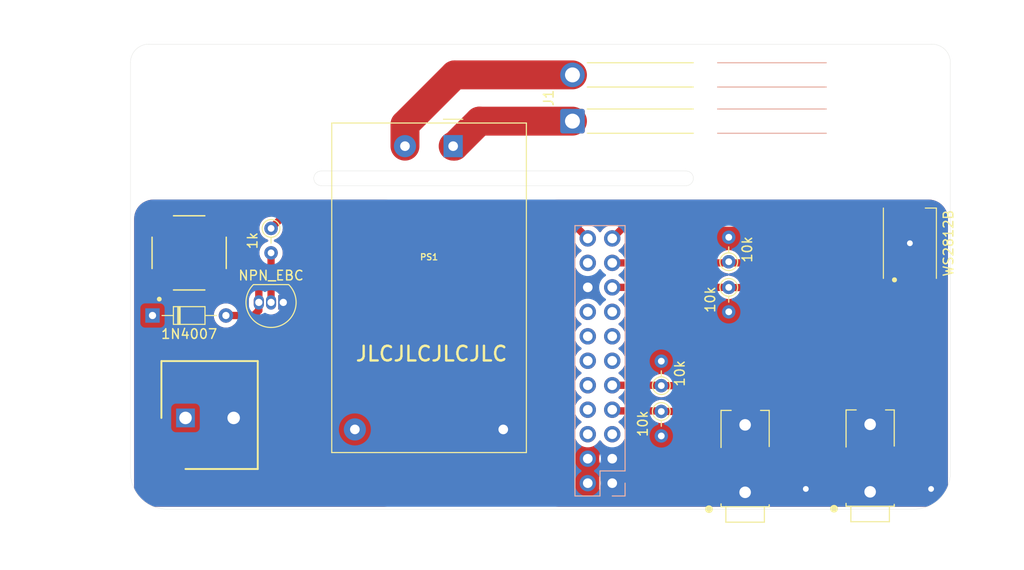
<source format=kicad_pcb>
(kicad_pcb (version 20221018) (generator pcbnew)
  (layers (0 "F.Cu" signal "Front") (31 "B.Cu" signal "Back") (34 "B.Paste" user) (35 "F.Paste" user) (36 "B.SilkS" user "B.Silkscreen") (37 "F.SilkS" user "F.Silkscreen") (38 "B.Mask" user) (39 "F.Mask" user) (44 "Edge.Cuts" user))
  (net 0 "")
  (net 1 "LINE")
  (net 2 "NEUT")
  (net 3 "GND")
  (net 4 "+5V")
  (net 5 "IO23")
  (net 6 "IO27")
  (net 7 "IO36")
  (net 8 "IO34")
  (net 9 "IO33")
  (net 10 "IO04")
  (net 11 "IO26")
  (net 12 "IO13")
  (net 13 "IO39")
  (net 14 "IO35")
  (net 15 "IO32")
  (net 16 "IO12")
  (net 17 "IO22")
  (net 18 "+3V3")
  (net 22 "Net-(Q1-B)")
  (net 24 "Net-(D2-A)")
  (net 26 "IO15")
  (net 28 "IO14")
  (net 29 "IO02")
  (footprint "tt-relay-board:Korean Hroparts Elec PJ-227-5A" (layer "F.Cu") (at 105.7 101.35 90)
    (fp_text reference "J4" hide)
    (fp_text value "AudioJack4_SwitchR1" hide)
    (fp_line (start -1.6 -2) (end -1.6 2) (stroke (width 0.127)) (layer "F.SilkS"))
    (fp_line (start -1.6 2) (end 0 2) (stroke (width 0.127)) (layer "F.SilkS"))
    (fp_line (start 0 -2.5) (end 0 -2) (stroke (width 0.127)) (layer "F.SilkS"))
    (fp_line (start 0 -2) (end -1.6 -2) (stroke (width 0.127)) (layer "F.SilkS"))
    (fp_line (start 0 -2) (end 0 2) (stroke (width 0.127)) (layer "F.SilkS"))
    (fp_line (start 0 2) (end 0 2.5) (stroke (width 0.127)) (layer "F.SilkS"))
    (fp_line (start 0 2.5) (end 0.2 2.5) (stroke (width 0.127)) (layer "F.SilkS"))
    (fp_line (start 0.3 -2.5) (end 0 -2.5) (stroke (width 0.127)) (layer "F.SilkS"))
    (fp_line (start 6.25 2.5) (end 10 2.5) (stroke (width 0.127)) (layer "F.SilkS"))
    (fp_line (start 10 -2.5) (end 6.15 -2.5) (stroke (width 0.127)) (layer "F.SilkS"))
    (fp_line (start 10 -1.45) (end 10 -2.5) (stroke (width 0.127)) (layer "F.SilkS"))
    (fp_line (start 10 2.5) (end 10 1.6) (stroke (width 0.127)) (layer "F.SilkS"))
    (fp_circle (center -0.25 -3.75) (end -0.05 -3.75) (stroke (width 0.4)) (fill none) (layer "F.SilkS"))
    (pad "" np_thru_hole circle (at 1.5 0 270) (size 1.2 1.2) (drill 1.2) (layers "F&B.Cu" "*.Mask"))
    (pad "" np_thru_hole circle (at 8.5 0 270) (size 1.2 1.2) (drill 1.2) (layers "F&B.Cu" "*.Mask"))
    (pad "1" smd rect (at 1.6 -3.625 270) (size 1.5 2.5) (layers "F.Cu" "F.Paste" "F.Mask") (net 18 "+3V3"))
    (pad "2" smd rect (at 11.1 0 270) (size 2.5 1.5) (layers "F.Cu" "F.Paste" "F.Mask") (net 16 "IO12"))
    (pad "3" smd rect (at 4.3 -3.625 270) (size 1.5 2.5) (layers "F.Cu" "F.Paste" "F.Mask") (net 26 "IO15"))
    (pad "4" smd rect (at 1.6 3.625 270) (size 1.5 2.5) (layers "F.Cu" "F.Paste" "F.Mask") (net 3 "GND"))
    (pad "5" smd rect (at 4.3 3.625 270) (size 1.5 2.5) (layers "F.Cu" "F.Paste" "F.Mask"))
  )
  (footprint "tt-relay-board:LED_WS2812B_PLCC4_5.0x5.0mm_P3.2mm" (layer "F.Cu") (at 122.8 74 90)
    (fp_text reference "D1" hide)
    (fp_text value "WS2812B" (at 0 4 90) (layer "F.SilkS"))
    (fp_line (start -3.65 -2.75) (end 3.65 -2.75) (stroke (width 0.12)) (layer "F.SilkS"))
    (fp_line (start -3.65 2.75) (end 3.65 2.75) (stroke (width 0.12)) (layer "F.SilkS"))
    (fp_line (start 3.65 2.75) (end 3.65 1.6) (stroke (width 0.12)) (layer "F.SilkS"))
    (fp_circle (center -3.8 -1.6) (end -3.6 -1.6) (stroke (width 0.12)) (fill solid) (layer "F.SilkS"))
    (pad "1" smd rect (at -2.45 -1.6 90) (size 1.5 1) (layers "F.Cu" "F.Paste" "F.Mask") (net 18 "+3V3"))
    (pad "2" smd rect (at -2.45 1.6 90) (size 1.5 1) (layers "F.Cu" "F.Paste" "F.Mask"))
    (pad "3" smd rect (at 2.45 1.6 90) (size 1.5 1) (layers "F.Cu" "F.Paste" "F.Mask") (net 3 "GND"))
    (pad "4" smd rect (at 2.45 -1.6 90) (size 1.5 1) (layers "F.Cu" "F.Paste" "F.Mask") (net 17 "IO22"))
  )
  (footprint "Resistor_THT:R_Axial_DIN0204_L3.6mm_D1.6mm_P2.54mm_Vertical" (layer "F.Cu") (at 104 75.92 90)
    (fp_text reference "R4" hide)
    (fp_text value "10k" (at 1.27 1.92 90) (layer "F.SilkS"))
    (fp_line (start 0.92 0) (end 1.54 0) (stroke (width 0.12)) (layer "F.SilkS"))
    (fp_circle (center 0 0) (end 0.92 0) (stroke (width 0.12)) (fill none) (layer "F.SilkS"))
    (pad "1" thru_hole circle (at 0 0 90) (size 1.4 1.4) (drill 0.7) (layers "*.Cu" "*.Mask") (net 11 "IO26"))
    (pad "2" thru_hole oval (at 2.54 0 90) (size 1.4 1.4) (drill 0.7) (layers "*.Cu" "*.Mask") (net 18 "+3V3"))
  )
  (footprint "tt-relay-board:SHDR2W110P0X500_1X2_1000X1120X" (layer "F.Cu") (at 47.62 92.13)
    (fp_text reference "J3" hide)
    (fp_text value "Screw_Terminal_01x02")
    (fp_line (start -2.5 -5.9) (end -2.5 0) (stroke (width 0.2)) (layer "F.SilkS"))
    (fp_line (start 0 5.3) (end 7.5 5.3) (stroke (width 0.2)) (layer "F.SilkS"))
    (fp_line (start 7.5 -5.9) (end -2.5 -5.9) (stroke (width 0.2)) (layer "F.SilkS"))
    (fp_line (start 7.5 5.3) (end 7.5 -5.9) (stroke (width 0.2)) (layer "F.SilkS"))
    (pad "1" thru_hole rect (at 0 0) (size 1.95 1.95) (drill 1.3) (layers "*.Cu" "*.Mask") (net 4 "+5V"))
    (pad "2" thru_hole circle (at 5 0) (size 1.95 1.95) (drill 1.3) (layers "*.Cu" "*.Mask") (net 3 "GND"))
  )
  (footprint "tt-relay-board:Mallory_Sonalert_Products_Inc-AST7525MATRQ-0-0-MFG" (layer "F.Cu") (at 48 75 90)
    (fp_text reference "LS1" hide)
    (fp_text value "AST7525MATRQ" hide)
    (fp_line (start -3.85 1.625) (end -3.85 -1.624999) (stroke (width 0.15)) (layer "F.SilkS"))
    (fp_line (start -1.625 3.85) (end 1.625 3.85) (stroke (width 0.15)) (layer "F.SilkS"))
    (fp_line (start -1.624999 -3.85) (end 1.625 -3.85) (stroke (width 0.15)) (layer "F.SilkS"))
    (fp_line (start 3.85 1.625) (end 3.85 -1.625) (stroke (width 0.15)) (layer "F.SilkS"))
    (fp_circle (center -4.8 -3.1) (end -4.675 -3.1) (stroke (width 0.25)) (fill none) (layer "F.SilkS"))
    (pad "1" smd custom (at -3.1 -3.1 90) (size 1 1) (layers "F.Cu" "F.Paste" "F.Mask") (options (clearance outline) (anchor circle)) (primitives (gr_poly (pts (xy -1.1 1.1) (xy 1.1 1.1) (xy 1.1 -1.1) (xy 0 -1.1) (xy -1.1 0) (xy -1.1 1.1)) (width 0) (fill yes))))
    (pad "2" smd rect (at 3.1 -3.1 90) (size 2.2 2.2) (layers "F.Cu" "F.Paste" "F.Mask"))
    (pad "3" smd rect (at -3.1 3.1 90) (size 2.2 2.2) (layers "F.Cu" "F.Paste" "F.Mask") (net 4 "+5V"))
    (pad "4" smd rect (at 3.1 3.1 90) (size 2.2 2.2) (layers "F.Cu" "F.Paste" "F.Mask") (net 24 "Net-(D2-A)"))
  )
  (footprint "Connector_Wire:SolderWire-0.75sqmm_1x02_P4.8mm_D1.25mm_OD2.3mm_Relief2x" (layer "F.Cu") (at 87.782 61.328 90)
    (fp_text reference "J1" (at 2.4 -2.47 90) (layer "F.SilkS"))
    (fp_text value "AC_IN")
    (fp_line (start -1.26 15.06) (end -1.26 26.34) (stroke (width 0.12)) (layer "B.SilkS"))
    (fp_line (start 1.26 15.06) (end 1.26 26.34) (stroke (width 0.12)) (layer "B.SilkS"))
    (fp_line (start 3.54 15.06) (end 3.54 26.34) (stroke (width 0.12)) (layer "B.SilkS"))
    (fp_line (start 6.06 15.06) (end 6.06 26.34) (stroke (width 0.12)) (layer "B.SilkS"))
    (fp_line (start -1.26 1.535) (end -1.26 12.54) (stroke (width 0.12)) (layer "F.SilkS"))
    (fp_line (start 1.26 1.535) (end 1.26 12.54) (stroke (width 0.12)) (layer "F.SilkS"))
    (fp_line (start 3.54 1.535) (end 3.54 12.54) (stroke (width 0.12)) (layer "F.SilkS"))
    (fp_line (start 6.06 1.535) (end 6.06 12.54) (stroke (width 0.12)) (layer "F.SilkS"))
    (pad "" np_thru_hole circle (at 0 13.8 90) (size 2.8 2.8) (drill 2.8) (layers "*.Cu" "*.Mask"))
    (pad "" np_thru_hole circle (at 0 27.6 90) (size 2.8 2.8) (drill 2.8) (layers "*.Cu" "*.Mask"))
    (pad "" np_thru_hole circle (at 4.8 13.8 90) (size 2.8 2.8) (drill 2.8) (layers "*.Cu" "*.Mask"))
    (pad "" np_thru_hole circle (at 4.8 27.6 90) (size 2.8 2.8) (drill 2.8) (layers "*.Cu" "*.Mask"))
    (pad "1" thru_hole roundrect (at 0 0 90) (size 2.55 2.55) (drill 1.55) (layers "*.Cu" "*.Mask") (roundrect_rratio 0.098039) (net 1 "LINE"))
    (pad "2" thru_hole circle (at 4.8 0 90) (size 2.55 2.55) (drill 1.55) (layers "*.Cu" "*.Mask") (net 2 "NEUT"))
  )
  (footprint "Package_TO_SOT_THT:TO-92_Inline" (layer "F.Cu") (at 57.77 80.14 180)
    (fp_text reference "Q1" hide)
    (fp_text value "NPN_EBC" (at 1.27 2.79 180) (layer "F.SilkS"))
    (fp_line (start -0.53 1.85) (end 3.07 1.85) (stroke (width 0.12)) (layer "F.SilkS"))
    (fp_arc (start -0.568478 1.838478) (mid -1.132087 -0.994977) (end 1.27 -2.6) (stroke (width 0.12)) (layer "F.SilkS"))
    (fp_arc (start 1.27 -2.6) (mid 3.672087 -0.994977) (end 3.108478 1.838478) (stroke (width 0.12)) (layer "F.SilkS"))
    (pad "1" thru_hole rect (at 0 0 180) (size 1.05 1.5) (drill 0.75) (layers "*.Cu" "*.Mask") (net 3 "GND"))
    (pad "2" thru_hole oval (at 1.27 0 180) (size 1.05 1.5) (drill 0.75) (layers "*.Cu" "*.Mask") (net 22 "Net-(Q1-B)"))
    (pad "3" thru_hole oval (at 2.54 0 180) (size 1.05 1.5) (drill 0.75) (layers "*.Cu" "*.Mask") (net 24 "Net-(D2-A)"))
  )
  (footprint "tt-relay-board:Converter_ACDC_HiLink_HLK-PMxx" (layer "F.Cu") (at 75.398 63.9235 -90)
    (fp_text reference "PS1" (at 11.5145 2.5) (layer "F.SilkS") (effects (font (size 0.635 0.635) (thickness 0.127))))
    (fp_text value "HLK-PM01")
    (fp_line (start -2.79 -1) (end -2.79 1.01) (stroke (width 0.12)) (layer "F.SilkS"))
    (fp_line (start -2.4 -7.6) (end -2.4 12.6) (stroke (width 0.12)) (layer "F.SilkS"))
    (fp_line (start -2.4 12.6) (end 31.8 12.6) (stroke (width 0.12)) (layer "F.SilkS"))
    (fp_line (start 31.8 -7.6) (end -2.4 -7.6) (stroke (width 0.12)) (layer "F.SilkS"))
    (fp_line (start 31.8 12.6) (end 31.8 -7.6) (stroke (width 0.12)) (layer "F.SilkS"))
    (pad "1" thru_hole rect (at 0 0 270) (size 2.3 2) (drill 1) (layers "*.Cu" "*.Mask") (net 1 "LINE"))
    (pad "2" thru_hole circle (at 0 5 270) (size 2.3 2.3) (drill 1) (layers "*.Cu" "*.Mask") (net 2 "NEUT"))
    (pad "3" thru_hole circle (at 29.4 -5.2 270) (size 2.3 2.3) (drill 1) (layers "*.Cu" "*.Mask") (net 3 "GND"))
    (pad "4" thru_hole circle (at 29.4 10.2 270) (size 2.3 2.3) (drill 1) (layers "*.Cu" "*.Mask") (net 4 "+5V"))
  )
  (footprint "Resistor_THT:R_Axial_DIN0204_L3.6mm_D1.6mm_P2.54mm_Vertical" (layer "F.Cu") (at 97 88.78 90)
    (fp_text reference "R2" hide)
    (fp_text value "10k" (at 1.27 1.92 90) (layer "F.SilkS"))
    (fp_line (start 0.92 0) (end 1.54 0) (stroke (width 0.12)) (layer "F.SilkS"))
    (fp_circle (center 0 0) (end 0.92 0) (stroke (width 0.12)) (fill none) (layer "F.SilkS"))
    (pad "1" thru_hole circle (at 0 0 90) (size 1.4 1.4) (drill 0.7) (layers "*.Cu" "*.Mask") (net 16 "IO12"))
    (pad "2" thru_hole oval (at 2.54 0 90) (size 1.4 1.4) (drill 0.7) (layers "*.Cu" "*.Mask") (net 18 "+3V3"))
  )
  (footprint "MountingHole:MountingHole_4mm" (layer "F.Cu") (at 109.42 66.66)
    (fp_text reference "H2" hide)
    (fp_text value "MountingHole" hide)
    (pad "" np_thru_hole circle locked (at 0 0) (size 4 4) (drill 4) (layers "*.Cu" "*.Mask"))
  )
  (footprint "MountingHole:MountingHole_4mm" (layer "F.Cu") (at 53.47 64.75)
    (fp_text reference "H1" hide)
    (fp_text value "MountingHole")
    (pad "" np_thru_hole circle locked (at 0 0) (size 4 4) (drill 4) (layers "*.Cu" "*.Mask"))
  )
  (footprint "Diode_THT:D_DO-34_SOD68_P7.62mm_Horizontal" (layer "F.Cu") (at 44.195 81.5)
    (fp_text reference "D2" hide)
    (fp_text value "1N4007" (at 3.81 1.92) (layer "F.SilkS"))
    (fp_line (start 0.99 0) (end 2.17 0) (stroke (width 0.12)) (layer "F.SilkS"))
    (fp_line (start 2.17 -0.92) (end 2.17 0.92) (stroke (width 0.12)) (layer "F.SilkS"))
    (fp_line (start 2.17 0.92) (end 5.45 0.92) (stroke (width 0.12)) (layer "F.SilkS"))
    (fp_line (start 2.626 -0.92) (end 2.626 0.92) (stroke (width 0.12)) (layer "F.SilkS"))
    (fp_line (start 2.746 -0.92) (end 2.746 0.92) (stroke (width 0.12)) (layer "F.SilkS"))
    (fp_line (start 2.866 -0.92) (end 2.866 0.92) (stroke (width 0.12)) (layer "F.SilkS"))
    (fp_line (start 5.45 -0.92) (end 2.17 -0.92) (stroke (width 0.12)) (layer "F.SilkS"))
    (fp_line (start 5.45 0.92) (end 5.45 -0.92) (stroke (width 0.12)) (layer "F.SilkS"))
    (fp_line (start 6.63 0) (end 5.45 0) (stroke (width 0.12)) (layer "F.SilkS"))
    (pad "1" thru_hole rect (at 0 0) (size 1.5 1.5) (drill 0.75) (layers "*.Cu" "*.Mask") (net 4 "+5V"))
    (pad "2" thru_hole oval (at 7.62 0) (size 1.5 1.5) (drill 0.75) (layers "*.Cu" "*.Mask") (net 24 "Net-(D2-A)"))
  )
  (footprint "Resistor_THT:R_Axial_DIN0204_L3.6mm_D1.6mm_P2.54mm_Vertical" (layer "F.Cu") (at 104 78.58 -90)
    (fp_text reference "R3" hide)
    (fp_text value "10k" (at 1.27 1.92 -90) (layer "F.SilkS"))
    (fp_line (start 0.92 0) (end 1.54 0) (stroke (width 0.12)) (layer "F.SilkS"))
    (fp_circle (center 0 0) (end 0.92 0) (stroke (width 0.12)) (fill none) (layer "F.SilkS"))
    (pad "1" thru_hole circle (at 0 0 270) (size 1.4 1.4) (drill 0.7) (layers "*.Cu" "*.Mask") (net 12 "IO13"))
    (pad "2" thru_hole oval (at 2.54 0 270) (size 1.4 1.4) (drill 0.7) (layers "*.Cu" "*.Mask") (net 18 "+3V3"))
  )
  (footprint "tt-relay-board:Korean Hroparts Elec PJ-227-5A" (layer "F.Cu") (at 118.675 101.3 90)
    (fp_text reference "J2" hide)
    (fp_text value "AudioJack4_SwitchR1" hide)
    (fp_line (start -1.6 -2) (end -1.6 2) (stroke (width 0.127)) (layer "F.SilkS"))
    (fp_line (start -1.6 2) (end 0 2) (stroke (width 0.127)) (layer "F.SilkS"))
    (fp_line (start 0 -2.5) (end 0 -2) (stroke (width 0.127)) (layer "F.SilkS"))
    (fp_line (start 0 -2) (end -1.6 -2) (stroke (width 0.127)) (layer "F.SilkS"))
    (fp_line (start 0 -2) (end 0 2) (stroke (width 0.127)) (layer "F.SilkS"))
    (fp_line (start 0 2) (end 0 2.5) (stroke (width 0.127)) (layer "F.SilkS"))
    (fp_line (start 0 2.5) (end 0.2 2.5) (stroke (width 0.127)) (layer "F.SilkS"))
    (fp_line (start 0.3 -2.5) (end 0 -2.5) (stroke (width 0.127)) (layer "F.SilkS"))
    (fp_line (start 6.25 2.5) (end 10 2.5) (stroke (width 0.127)) (layer "F.SilkS"))
    (fp_line (start 10 -2.5) (end 6.15 -2.5) (stroke (width 0.127)) (layer "F.SilkS"))
    (fp_line (start 10 -1.45) (end 10 -2.5) (stroke (width 0.127)) (layer "F.SilkS"))
    (fp_line (start 10 2.5) (end 10 1.6) (stroke (width 0.127)) (layer "F.SilkS"))
    (fp_circle (center -0.25 -3.75) (end -0.05 -3.75) (stroke (width 0.4)) (fill none) (layer "F.SilkS"))
    (pad "" np_thru_hole circle (at 1.5 0 270) (size 1.2 1.2) (drill 1.2) (layers "F&B.Cu" "*.Mask"))
    (pad "" np_thru_hole circle (at 8.5 0 270) (size 1.2 1.2) (drill 1.2) (layers "F&B.Cu" "*.Mask"))
    (pad "1" smd rect (at 1.6 -3.625 270) (size 1.5 2.5) (layers "F.Cu" "F.Paste" "F.Mask") (net 18 "+3V3"))
    (pad "2" smd rect (at 11.1 0 270) (size 2.5 1.5) (layers "F.Cu" "F.Paste" "F.Mask") (net 11 "IO26"))
    (pad "3" smd rect (at 4.3 -3.625 270) (size 1.5 2.5) (layers "F.Cu" "F.Paste" "F.Mask") (net 12 "IO13"))
    (pad "4" smd rect (at 1.6 3.625 270) (size 1.5 2.5) (layers "F.Cu" "F.Paste" "F.Mask") (net 3 "GND"))
    (pad "5" smd rect (at 4.3 3.625 270) (size 1.5 2.5) (layers "F.Cu" "F.Paste" "F.Mask"))
  )
  (footprint "Resistor_THT:R_Axial_DIN0204_L3.6mm_D1.6mm_P2.54mm_Vertical" (layer "F.Cu") (at 97 91.46 -90)
    (fp_text reference "R1" hide)
    (fp_text value "10k" (at 1.27 1.92 -90) (layer "F.SilkS"))
    (fp_line (start 0.92 0) (end 1.54 0) (stroke (width 0.12)) (layer "F.SilkS"))
    (fp_circle (center 0 0) (end 0.92 0) (stroke (width 0.12)) (fill none) (layer "F.SilkS"))
    (pad "1" thru_hole circle (at 0 0 270) (size 1.4 1.4) (drill 0.7) (layers "*.Cu" "*.Mask") (net 26 "IO15"))
    (pad "2" thru_hole oval (at 2.54 0 270) (size 1.4 1.4) (drill 0.7) (layers "*.Cu" "*.Mask") (net 18 "+3V3"))
  )
  (footprint "Resistor_THT:R_Axial_DIN0204_L3.6mm_D1.6mm_P2.54mm_Vertical" (layer "F.Cu") (at 56.5 72.46 -90)
    (fp_text reference "R5" hide)
    (fp_text value "1k" (at 1.27 1.92 -90) (layer "F.SilkS"))
    (fp_line (start 0.92 0) (end 1.54 0) (stroke (width 0.12)) (layer "F.SilkS"))
    (fp_circle (center 0 0) (end 0.92 0) (stroke (width 0.12)) (fill none) (layer "F.SilkS"))
    (pad "1" thru_hole circle (at 0 0 270) (size 1.4 1.4) (drill 0.7) (layers "*.Cu" "*.Mask") (net 5 "IO23"))
    (pad "2" thru_hole oval (at 2.54 0 270) (size 1.4 1.4) (drill 0.7) (layers "*.Cu" "*.Mask") (net 22 "Net-(Q1-B)"))
  )
  (footprint "Connector_PinSocket_2.54mm:PinSocket_2x11_P2.54mm_Vertical" (layer "B.Cu") (at 91.91 98.9)
    (fp_text reference "J5" hide)
    (fp_text value "Conn_02x11_Odd_Even" hide)
    (fp_line (start -3.87 -26.73) (end 1.33 -26.73) (stroke (width 0.12)) (layer "B.SilkS"))
    (fp_line (start -3.87 1.33) (end -3.87 -26.73) (stroke (width 0.12)) (layer "B.SilkS"))
    (fp_line (start -3.87 1.33) (end -1.27 1.33) (stroke (width 0.12)) (layer "B.SilkS"))
    (fp_line (start -1.27 -1.27) (end 1.33 -1.27) (stroke (width 0.12)) (layer "B.SilkS"))
    (fp_line (start -1.27 1.33) (end -1.27 -1.27) (stroke (width 0.12)) (layer "B.SilkS"))
    (fp_line (start 0 1.33) (end 1.33 1.33) (stroke (width 0.12)) (layer "B.SilkS"))
    (fp_line (start 1.33 -1.27) (end 1.33 -26.73) (stroke (width 0.12)) (layer "B.SilkS"))
    (fp_line (start 1.33 1.33) (end 1.33 0) (stroke (width 0.12)) (layer "B.SilkS"))
    (pad "1" thru_hole rect (at 0 0) (size 1.7 1.7) (drill 1) (layers "*.Cu" "*.Mask") (net 3 "GND"))
    (pad "2" thru_hole oval (at -2.54 0) (size 1.7 1.7) (drill 1) (layers "*.Cu" "*.Mask") (net 18 "+3V3"))
    (pad "3" thru_hole oval (at 0 -2.54) (size 1.7 1.7) (drill 1) (layers "*.Cu" "*.Mask") (net 3 "GND"))
    (pad "4" thru_hole oval (at -2.54 -2.54) (size 1.7 1.7) (drill 1) (layers "*.Cu" "*.Mask") (net 18 "+3V3"))
    (pad "5" thru_hole oval (at 0 -5.08) (size 1.7 1.7) (drill 1) (layers "*.Cu" "*.Mask") (net 28 "IO14"))
    (pad "6" thru_hole oval (at -2.54 -5.08) (size 1.7 1.7) (drill 1) (layers "*.Cu" "*.Mask") (net 29 "IO02"))
    (pad "7" thru_hole oval (at 0 -7.62) (size 1.7 1.7) (drill 1) (layers "*.Cu" "*.Mask") (net 26 "IO15"))
    (pad "8" thru_hole oval (at -2.54 -7.62) (size 1.7 1.7) (drill 1) (layers "*.Cu" "*.Mask") (net 10 "IO04"))
    (pad "9" thru_hole oval (at 0 -10.16) (size 1.7 1.7) (drill 1) (layers "*.Cu" "*.Mask") (net 16 "IO12"))
    (pad "10" thru_hole oval (at -2.54 -10.16) (size 1.7 1.7) (drill 1) (layers "*.Cu" "*.Mask") (net 9 "IO33"))
    (pad "11" thru_hole oval (at 0 -12.7) (size 1.7 1.7) (drill 1) (layers "*.Cu" "*.Mask") (net 15 "IO32"))
    (pad "12" thru_hole oval (at -2.54 -12.7) (size 1.7 1.7) (drill 1) (layers "*.Cu" "*.Mask"))
    (pad "13" thru_hole oval (at 0 -15.24) (size 1.7 1.7) (drill 1) (layers "*.Cu" "*.Mask") (net 14 "IO35"))
    (pad "14" thru_hole oval (at -2.54 -15.24) (size 1.7 1.7) (drill 1) (layers "*.Cu" "*.Mask") (net 8 "IO34"))
    (pad "15" thru_hole oval (at 0 -17.78) (size 1.7 1.7) (drill 1) (layers "*.Cu" "*.Mask") (net 13 "IO39"))
    (pad "16" thru_hole oval (at -2.54 -17.78) (size 1.7 1.7) (drill 1) (layers "*.Cu" "*.Mask") (net 7 "IO36"))
    (pad "17" thru_hole oval (at 0 -20.32) (size 1.7 1.7) (drill 1) (layers "*.Cu" "*.Mask") (net 12 "IO13"))
    (pad "18" thru_hole oval (at -2.54 -20.32) (size 1.7 1.7) (drill 1) (layers "*.Cu" "*.Mask") (net 3 "GND"))
    (pad "19" thru_hole oval (at 0 -22.86) (size 1.7 1.7) (drill 1) (layers "*.Cu" "*.Mask") (net 11 "IO26"))
    (pad "20" thru_hole oval (at -2.54 -22.86) (size 1.7 1.7) (drill 1) (layers "*.Cu" "*.Mask") (net 6 "IO27"))
    (pad "21" thru_hole oval (at 0 -25.4) (size 1.7 1.7) (drill 1) (layers "*.Cu" "*.Mask") (net 17 "IO22"))
    (pad "22" thru_hole oval (at -2.54 -25.4) (size 1.7 1.7) (drill 1) (layers "*.Cu" "*.Mask") (net 5 "IO23"))
  )
  (gr_line (start 45.72 101.6) (end 123.19 101.6) (stroke (width 0.0254)) (layer "Edge.Cuts"))
  (gr_line (start 127 97.79) (end 127 55.245) (stroke (width 0.0254)) (layer "Edge.Cuts"))
  (gr_line (start 41.91 55.245) (end 41.91 97.79) (stroke (width 0.0254)) (layer "Edge.Cuts"))
  (gr_arc (start 99.568 66.5) (mid 100.33 67.262) (end 99.568 68.024) (stroke (width 0.0254)) (layer "Edge.Cuts"))
  (gr_arc (start 41.91 55.245) (mid 42.467962 53.897962) (end 43.815 53.34) (stroke (width 0.0254)) (layer "Edge.Cuts"))
  (gr_arc (start 61.7 68.024) (mid 60.938 67.262) (end 61.7 66.5) (stroke (width 0.0254)) (layer "Edge.Cuts"))
  (gr_line (start 99.568 68.024) (end 61.7 68.024) (stroke (width 0.0254)) (layer "Edge.Cuts"))
  (gr_line (start 61.7 66.5) (end 99.568 66.5) (stroke (width 0.0254)) (layer "Edge.Cuts"))
  (gr_line (start 125.095 53.34) (end 43.815 53.34) (stroke (width 0.0254)) (layer "Edge.Cuts"))
  (gr_arc (start 45.72 101.6) (mid 43.025923 100.484077) (end 41.91 97.79) (stroke (width 0.0254)) (layer "Edge.Cuts"))
  (gr_arc (start 125.095 53.34) (mid 126.442038 53.897962) (end 127 55.245) (stroke (width 0.0254)) (layer "Edge.Cuts"))
  (gr_arc (start 127 97.79) (mid 125.884077 100.484077) (end 123.19 101.6) (stroke (width 0.0254)) (layer "Edge.Cuts"))
  (gr_text "JLCJLCJLCJLC" (at 73.152 85.471) (layer "F.SilkS") (effects (font (size 1.524 1.524) (thickness 0.25) bold)))
  (segment (start 75.398 63.9235) (end 75.5225 63.9235) (width 3) (layer "F.Cu") (net 1))
  (segment (start 75.5225 63.9235) (end 78.118 61.328) (width 3) (layer "F.Cu") (net 1))
  (segment (start 78.118 61.328) (end 87.782 61.328) (width 3) (layer "F.Cu") (net 1))
  (segment (start 70.398 61.682) (end 70.398 63.9235) (width 3) (layer "F.Cu") (net 2))
  (segment (start 87.782 56.528) (end 75.552 56.528) (width 3) (layer "F.Cu") (net 2))
  (segment (start 75.552 56.528) (end 70.398 61.682) (width 3) (layer "F.Cu") (net 2))
  (segment (start 125 99.5) (end 124.8 99.7) (width 1.5) (layer "F.Cu") (net 3))
  (segment (start 122.8 74) (end 124.4 72.4) (width 1) (layer "F.Cu") (net 3))
  (segment (start 112 99.5) (end 111.75 99.75) (width 1.5) (layer "F.Cu") (net 3))
  (segment (start 124.8 99.7) (end 122.3 99.7) (width 1.5) (layer "F.Cu") (net 3))
  (segment (start 111.75 99.75) (end 109.325 99.75) (width 1.5) (layer "F.Cu") (net 3))
  (segment (start 124.4 72.4) (end 124.4 71.55) (width 1) (layer "F.Cu") (net 3))
  (via (at 122.8 74) (size 1.2) (drill 0.6) (layers "F.Cu" "B.Cu") (net 3))
  (via (at 125 99.5) (size 1.2) (drill 0.6) (layers "F.Cu" "B.Cu") (net 3))
  (via (at 112 99.5) (size 1.2) (drill 0.6) (layers "F.Cu" "B.Cu") (net 3))
  (segment (start 87.27 71.4) (end 57.56 71.4) (width 0.75) (layer "F.Cu") (net 5))
  (segment (start 57.56 71.4) (end 56.5 72.46) (width 0.75) (layer "F.Cu") (net 5))
  (segment (start 89.251 73.381) (end 87.27 71.4) (width 0.75) (layer "F.Cu") (net 5))
  (segment (start 118.675 86.675) (end 118.675 90.2) (width 0.75) (layer "F.Cu") (net 11))
  (segment (start 108.04 76.04) (end 118.675 86.675) (width 0.75) (layer "F.Cu") (net 11))
  (segment (start 91.91 76.04) (end 108.04 76.04) (width 0.75) (layer "F.Cu") (net 11))
  (segment (start 115.05 86.55) (end 115.05 97) (width 0.75) (layer "F.Cu") (net 12))
  (segment (start 107.1 78.6) (end 115.05 86.55) (width 0.75) (layer "F.Cu") (net 12))
  (segment (start 91.91 78.58) (end 103.88 78.58) (width 0.762) (layer "F.Cu") (net 12))
  (segment (start 104.14 78.6) (end 107.1 78.6) (width 0.75) (layer "F.Cu") (net 12))
  (segment (start 91.91 88.74) (end 96.96 88.74) (width 0.762) (layer "F.Cu") (net 16))
  (segment (start 105.25 90.25) (end 103.78 88.78) (width 0.75) (layer "F.Cu") (net 16))
  (segment (start 97 88.78) (end 103.78 88.78) (width 0.762) (layer "F.Cu") (net 16))
  (segment (start 105.7 90.25) (end 105.25 90.25) (width 0.75) (layer "F.Cu") (net 16))
  (segment (start 95.503 71.4) (end 121.05 71.4) (width 0.75) (layer "F.Cu") (net 17))
  (segment (start 94.01 71.4) (end 95.503 71.4) (width 0.762) (layer "F.Cu") (net 17))
  (segment (start 121.05 71.4) (end 121.2 71.55) (width 0.75) (layer "F.Cu") (net 17))
  (segment (start 91.91 73.5) (end 94.01 71.4) (width 0.762) (layer "F.Cu") (net 17))
  (segment (start 56.5 75) (end 56.5 80.14) (width 0.75) (layer "F.Cu") (net 22))
  (segment (start 55.23 80.97) (end 54.7 81.5) (width 0.762) (layer "F.Cu") (net 24))
  (segment (start 51.1 71.9) (end 51.1 74.2) (width 0.762) (layer "F.Cu") (net 24))
  (segment (start 51.1 74.2) (end 55.23 78.33) (width 0.762) (layer "F.Cu") (net 24))
  (segment (start 55.23 78.33) (end 55.23 80.14) (width 0.762) (layer "F.Cu") (net 24))
  (segment (start 54.7 81.5) (end 51.815 81.5) (width 0.762) (layer "F.Cu") (net 24))
  (segment (start 55.23 80.14) (end 55.23 80.97) (width 0.762) (layer "F.Cu") (net 24))
  (segment (start 92.03 91.4) (end 96.94 91.4) (width 0.762) (layer "F.Cu") (net 26))
  (segment (start 102.075 94.075) (end 102.075 97.05) (width 0.75) (layer "F.Cu") (net 26))
  (segment (start 97 91.46) (end 99.46 91.46) (width 0.762) (layer "F.Cu") (net 26))
  (segment (start 99.46 91.46) (end 102.075 94.075) (width 0.762) (layer "F.Cu") (net 26))
  (zone (net 4) (net_name "+5V") (layer "F.Cu") (connect_pads yes (clearance 0.508)) (min_thickness 0.254) (fill yes (thermal_gap 0.508) (thermal_bridge_width 0.508) (smoothing fillet) (radius 2))
    (polygon (pts (xy 70.231 101.346) (xy 42.291 101.346) (xy 42.291 69.469) (xy 70.231 69.469)))
  )
  (zone (net 18) (net_name "+3V3") (layer "F.Cu") (connect_pads yes (clearance 0.508)) (min_thickness 0.254) (fill yes (thermal_gap 0.508) (thermal_bridge_width 0.508) (smoothing fillet) (radius 2))
    (polygon (pts (xy 126.746 101.346) (xy 84.328 101.346) (xy 84.328 69.469) (xy 126.746 69.469)))
  )
  (zone (net 3) (net_name "GND") (layer "B.Cu") (connect_pads yes (clearance 0.508)) (min_thickness 0.254) (fill yes (thermal_gap 0.508) (thermal_bridge_width 0.508) (smoothing fillet) (radius 2))
    (polygon (pts (xy 126.746 101.346) (xy 42.291 101.346) (xy 42.291 69.469) (xy 126.746 69.469)))
  )
)
</source>
